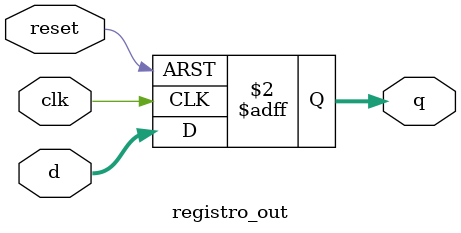
<source format=sv>
module registro_out #(parameter N = 2) (input logic clk,
												input logic reset,
												input logic [N-1:0] d,
												output logic [N-1:0] q);
	
	// reset asincronico
	always_ff @(posedge clk, posedge reset)
		if (reset) begin
			q <= 0;
		end
		else begin
			q <= d;
		end
		
endmodule
</source>
